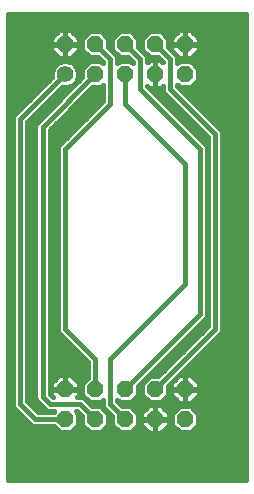
<source format=gbr>
G75*
%MOIN*%
%OFA0B0*%
%FSLAX24Y24*%
%IPPOS*%
%LPD*%
%AMOC8*
5,1,8,0,0,1.08239X$1,22.5*
%
%ADD10C,0.0560*%
%ADD11OC8,0.0560*%
%ADD12C,0.0160*%
D10*
X002680Y014180D03*
D11*
X002680Y015180D03*
X003680Y015180D03*
X003680Y014180D03*
X004680Y014180D03*
X004680Y015180D03*
X005680Y015180D03*
X005680Y014180D03*
X006680Y014180D03*
X006680Y015180D03*
X006680Y003680D03*
X006680Y002680D03*
X005680Y002680D03*
X005680Y003680D03*
X004680Y003680D03*
X004680Y002680D03*
X003680Y002680D03*
X003680Y003680D03*
X002680Y003680D03*
X002680Y002680D03*
D12*
X000790Y000660D02*
X008700Y000660D01*
X008700Y016196D01*
X000790Y016196D01*
X000790Y000660D01*
X000790Y000814D02*
X008700Y000814D01*
X008700Y000973D02*
X000790Y000973D01*
X000790Y001131D02*
X008700Y001131D01*
X008700Y001290D02*
X000790Y001290D01*
X000790Y001448D02*
X008700Y001448D01*
X008700Y001607D02*
X000790Y001607D01*
X000790Y001765D02*
X008700Y001765D01*
X008700Y001924D02*
X000790Y001924D01*
X000790Y002082D02*
X008700Y002082D01*
X008700Y002241D02*
X006863Y002241D01*
X006862Y002240D02*
X006498Y002240D01*
X006240Y002498D01*
X006240Y002862D01*
X006498Y003120D01*
X006862Y003120D01*
X007120Y002862D01*
X007120Y002498D01*
X006862Y002240D01*
X007021Y002399D02*
X008700Y002399D01*
X008700Y002558D02*
X007120Y002558D01*
X007120Y002716D02*
X008700Y002716D01*
X008700Y002875D02*
X007108Y002875D01*
X006949Y003033D02*
X008700Y003033D01*
X008700Y003192D02*
X004508Y003192D01*
X004498Y003240D02*
X004420Y003318D01*
X004420Y003279D01*
X004579Y003120D01*
X004862Y003120D01*
X005120Y002862D01*
X005120Y002498D01*
X004862Y002240D01*
X004498Y002240D01*
X004240Y002498D01*
X004240Y002781D01*
X004044Y002977D01*
X003977Y003044D01*
X003940Y003132D01*
X003940Y003318D01*
X003862Y003240D01*
X003498Y003240D01*
X003240Y003498D01*
X003240Y003862D01*
X003440Y004062D01*
X003440Y004581D01*
X002544Y005477D01*
X002477Y005544D01*
X002440Y005632D01*
X002440Y011728D01*
X002477Y011816D01*
X003940Y013279D01*
X003940Y013818D01*
X003862Y013740D01*
X003579Y013740D01*
X002170Y012331D01*
X002170Y003529D01*
X002279Y003420D01*
X002289Y003420D01*
X002220Y003489D01*
X002220Y003670D01*
X002670Y003670D01*
X002670Y003690D01*
X002690Y003690D01*
X002690Y004140D01*
X002871Y004140D01*
X003140Y003871D01*
X003140Y003690D01*
X002690Y003690D01*
X002690Y003670D01*
X003140Y003670D01*
X003140Y003489D01*
X003071Y003420D01*
X003228Y003420D01*
X003316Y003383D01*
X003383Y003316D01*
X003579Y003120D01*
X003862Y003120D01*
X004120Y002862D01*
X004120Y002498D01*
X003862Y002240D01*
X003498Y002240D01*
X003240Y002498D01*
X003240Y002781D01*
X003081Y002940D01*
X003042Y002940D01*
X003120Y002862D01*
X003120Y002498D01*
X002862Y002240D01*
X002498Y002240D01*
X002298Y002440D01*
X001632Y002440D01*
X001544Y002477D01*
X001044Y002977D01*
X000977Y003044D01*
X000940Y003132D01*
X000940Y012728D01*
X000977Y012816D01*
X001044Y012883D01*
X002244Y014083D01*
X002240Y014092D01*
X002240Y014268D01*
X002307Y014429D01*
X002431Y014553D01*
X002592Y014620D01*
X002768Y014620D01*
X002929Y014553D01*
X003053Y014429D01*
X003120Y014268D01*
X003120Y014092D01*
X003053Y013931D01*
X002929Y013807D01*
X002768Y013740D01*
X002592Y013740D01*
X002583Y013744D01*
X001420Y012581D01*
X001420Y003279D01*
X001779Y002920D01*
X002298Y002920D01*
X002318Y002940D01*
X002132Y002940D01*
X002044Y002977D01*
X001794Y003227D01*
X001727Y003294D01*
X001690Y003382D01*
X001690Y012478D01*
X001727Y012566D01*
X003240Y014079D01*
X003240Y014362D01*
X003498Y014620D01*
X003862Y014620D01*
X003940Y014542D01*
X003940Y014581D01*
X003781Y014740D01*
X003498Y014740D01*
X003240Y014998D01*
X003240Y015362D01*
X003498Y015620D01*
X003862Y015620D01*
X004120Y015362D01*
X004120Y015079D01*
X004240Y015079D01*
X004240Y014998D02*
X004240Y015362D01*
X004498Y015620D01*
X004862Y015620D01*
X005120Y015362D01*
X005120Y015079D01*
X005240Y015079D01*
X005240Y014998D02*
X005498Y014740D01*
X005781Y014740D01*
X005940Y014581D01*
X005940Y014571D01*
X005871Y014640D01*
X005690Y014640D01*
X005690Y014190D01*
X005670Y014190D01*
X005670Y014640D01*
X005489Y014640D01*
X005420Y014571D01*
X005420Y014728D01*
X005383Y014816D01*
X005120Y015079D01*
X005240Y014998D02*
X005240Y015362D01*
X005498Y015620D01*
X005862Y015620D01*
X006120Y015362D01*
X006120Y015079D01*
X006220Y015079D01*
X006220Y014989D02*
X006220Y015170D01*
X006670Y015170D01*
X006670Y015190D01*
X006220Y015190D01*
X006220Y015371D01*
X006489Y015640D01*
X006670Y015640D01*
X006670Y015190D01*
X006690Y015190D01*
X006690Y015640D01*
X006871Y015640D01*
X007140Y015371D01*
X007140Y015190D01*
X006690Y015190D01*
X006690Y015170D01*
X006670Y015170D01*
X006670Y014720D01*
X006489Y014720D01*
X006220Y014989D01*
X006279Y014921D02*
X006289Y014921D01*
X006383Y014816D02*
X006420Y014728D01*
X006420Y014542D01*
X006498Y014620D01*
X006862Y014620D01*
X007120Y014362D01*
X007120Y013998D01*
X006862Y013740D01*
X006498Y013740D01*
X006420Y013818D01*
X006420Y013779D01*
X007883Y012316D01*
X007920Y012228D01*
X007920Y005632D01*
X007883Y005544D01*
X007816Y005477D01*
X006120Y003781D01*
X006120Y003498D01*
X005862Y003240D01*
X005498Y003240D01*
X005240Y003498D01*
X005240Y003862D01*
X005498Y004120D01*
X005781Y004120D01*
X007440Y005779D01*
X007440Y012081D01*
X006044Y013477D01*
X005977Y013544D01*
X005940Y013632D01*
X005940Y013789D01*
X005871Y013720D01*
X005690Y013720D01*
X005690Y014170D01*
X005670Y014170D01*
X005670Y013720D01*
X005489Y013720D01*
X005420Y013789D01*
X005420Y013779D01*
X007383Y011816D01*
X007420Y011728D01*
X007420Y006132D01*
X007383Y006044D01*
X007316Y005977D01*
X005120Y003781D01*
X005120Y003498D01*
X004862Y003240D01*
X004498Y003240D01*
X004680Y003680D02*
X007180Y006180D01*
X007180Y011680D01*
X005180Y013680D01*
X005180Y014680D01*
X004680Y015180D01*
X004432Y015555D02*
X003928Y015555D01*
X004086Y015396D02*
X004274Y015396D01*
X004240Y015238D02*
X004120Y015238D01*
X004120Y015079D02*
X004383Y014816D01*
X004420Y014728D01*
X004420Y014542D01*
X004498Y014620D01*
X004862Y014620D01*
X004940Y014542D01*
X004940Y014581D01*
X004781Y014740D01*
X004498Y014740D01*
X004240Y014998D01*
X004279Y014921D02*
X004317Y014921D01*
X004406Y014762D02*
X004476Y014762D01*
X004481Y014604D02*
X004420Y014604D01*
X004680Y014180D02*
X004680Y013180D01*
X006680Y011180D01*
X006680Y007180D01*
X004180Y004680D01*
X004180Y003180D01*
X004680Y002680D01*
X004497Y002241D02*
X003863Y002241D01*
X004021Y002399D02*
X004339Y002399D01*
X004240Y002558D02*
X004120Y002558D01*
X004120Y002716D02*
X004240Y002716D01*
X004146Y002875D02*
X004108Y002875D01*
X003988Y003033D02*
X003949Y003033D01*
X003940Y003192D02*
X003508Y003192D01*
X003388Y003350D02*
X003349Y003350D01*
X003240Y003509D02*
X003140Y003509D01*
X003140Y003667D02*
X003240Y003667D01*
X003240Y003826D02*
X003140Y003826D01*
X003027Y003984D02*
X003362Y003984D01*
X003440Y004143D02*
X002170Y004143D01*
X002170Y004301D02*
X003440Y004301D01*
X003440Y004460D02*
X002170Y004460D01*
X002170Y004618D02*
X003403Y004618D01*
X003244Y004777D02*
X002170Y004777D01*
X002170Y004935D02*
X003086Y004935D01*
X002927Y005094D02*
X002170Y005094D01*
X002170Y005252D02*
X002769Y005252D01*
X002610Y005411D02*
X002170Y005411D01*
X002170Y005569D02*
X002466Y005569D01*
X002544Y005477D02*
X002544Y005477D01*
X002680Y005680D02*
X002680Y011680D01*
X004180Y013180D01*
X004180Y014680D01*
X003680Y015180D01*
X003432Y015555D02*
X002956Y015555D01*
X002871Y015640D02*
X003140Y015371D01*
X003140Y015190D01*
X002690Y015190D01*
X002690Y015640D01*
X002871Y015640D01*
X002690Y015555D02*
X002670Y015555D01*
X002670Y015640D02*
X002489Y015640D01*
X002220Y015371D01*
X002220Y015190D01*
X002670Y015190D01*
X002670Y015170D01*
X002220Y015170D01*
X002220Y014989D01*
X002489Y014720D01*
X002670Y014720D01*
X002670Y015170D01*
X002690Y015170D01*
X002690Y014720D01*
X002871Y014720D01*
X003140Y014989D01*
X003140Y015170D01*
X002690Y015170D01*
X002690Y015190D01*
X002670Y015190D01*
X002670Y015640D01*
X002690Y015396D02*
X002670Y015396D01*
X002670Y015238D02*
X002690Y015238D01*
X002690Y015079D02*
X002670Y015079D01*
X002670Y014921D02*
X002690Y014921D01*
X002690Y014762D02*
X002670Y014762D01*
X002553Y014604D02*
X000790Y014604D01*
X000790Y014762D02*
X002447Y014762D01*
X002289Y014921D02*
X000790Y014921D01*
X000790Y015079D02*
X002220Y015079D01*
X002220Y015238D02*
X000790Y015238D01*
X000790Y015396D02*
X002245Y015396D01*
X002404Y015555D02*
X000790Y015555D01*
X000790Y015713D02*
X008700Y015713D01*
X008700Y015555D02*
X006956Y015555D01*
X007115Y015396D02*
X008700Y015396D01*
X008700Y015238D02*
X007140Y015238D01*
X007140Y015170D02*
X007140Y014989D01*
X006871Y014720D01*
X006690Y014720D01*
X006690Y015170D01*
X007140Y015170D01*
X007140Y015079D02*
X008700Y015079D01*
X008700Y014921D02*
X007071Y014921D01*
X006913Y014762D02*
X008700Y014762D01*
X008700Y014604D02*
X006879Y014604D01*
X007037Y014445D02*
X008700Y014445D01*
X008700Y014287D02*
X007120Y014287D01*
X007120Y014128D02*
X008700Y014128D01*
X008700Y013970D02*
X007092Y013970D01*
X006933Y013811D02*
X008700Y013811D01*
X008700Y013653D02*
X006547Y013653D01*
X006427Y013811D02*
X006420Y013811D01*
X006180Y013680D02*
X006180Y014680D01*
X005680Y015180D01*
X005432Y015555D02*
X004928Y015555D01*
X005086Y015396D02*
X005274Y015396D01*
X005240Y015238D02*
X005120Y015238D01*
X005279Y014921D02*
X005317Y014921D01*
X005406Y014762D02*
X005476Y014762D01*
X005453Y014604D02*
X005420Y014604D01*
X005670Y014604D02*
X005690Y014604D01*
X005690Y014445D02*
X005670Y014445D01*
X005670Y014287D02*
X005690Y014287D01*
X005690Y014128D02*
X005670Y014128D01*
X005670Y013970D02*
X005690Y013970D01*
X005690Y013811D02*
X005670Y013811D01*
X005547Y013653D02*
X005940Y013653D01*
X006027Y013494D02*
X005705Y013494D01*
X005864Y013336D02*
X006185Y013336D01*
X006344Y013177D02*
X006022Y013177D01*
X006181Y013019D02*
X006502Y013019D01*
X006661Y012860D02*
X006339Y012860D01*
X006498Y012702D02*
X006819Y012702D01*
X006978Y012543D02*
X006656Y012543D01*
X006815Y012385D02*
X007136Y012385D01*
X007295Y012226D02*
X006973Y012226D01*
X007132Y012068D02*
X007440Y012068D01*
X007440Y011909D02*
X007290Y011909D01*
X007411Y011751D02*
X007440Y011751D01*
X007440Y011592D02*
X007420Y011592D01*
X007420Y011434D02*
X007440Y011434D01*
X007440Y011275D02*
X007420Y011275D01*
X007420Y011117D02*
X007440Y011117D01*
X007440Y010958D02*
X007420Y010958D01*
X007420Y010800D02*
X007440Y010800D01*
X007440Y010641D02*
X007420Y010641D01*
X007420Y010483D02*
X007440Y010483D01*
X007440Y010324D02*
X007420Y010324D01*
X007420Y010166D02*
X007440Y010166D01*
X007440Y010007D02*
X007420Y010007D01*
X007420Y009849D02*
X007440Y009849D01*
X007440Y009690D02*
X007420Y009690D01*
X007420Y009532D02*
X007440Y009532D01*
X007440Y009373D02*
X007420Y009373D01*
X007420Y009215D02*
X007440Y009215D01*
X007440Y009056D02*
X007420Y009056D01*
X007420Y008898D02*
X007440Y008898D01*
X007440Y008739D02*
X007420Y008739D01*
X007420Y008581D02*
X007440Y008581D01*
X007440Y008422D02*
X007420Y008422D01*
X007420Y008264D02*
X007440Y008264D01*
X007440Y008105D02*
X007420Y008105D01*
X007420Y007947D02*
X007440Y007947D01*
X007440Y007788D02*
X007420Y007788D01*
X007420Y007630D02*
X007440Y007630D01*
X007440Y007471D02*
X007420Y007471D01*
X007420Y007313D02*
X007440Y007313D01*
X007440Y007154D02*
X007420Y007154D01*
X007420Y006996D02*
X007440Y006996D01*
X007440Y006837D02*
X007420Y006837D01*
X007420Y006679D02*
X007440Y006679D01*
X007440Y006520D02*
X007420Y006520D01*
X007420Y006362D02*
X007440Y006362D01*
X007440Y006203D02*
X007420Y006203D01*
X007440Y006045D02*
X007384Y006045D01*
X007440Y005886D02*
X007225Y005886D01*
X007067Y005728D02*
X007388Y005728D01*
X007230Y005569D02*
X006908Y005569D01*
X006750Y005411D02*
X007071Y005411D01*
X006913Y005252D02*
X006591Y005252D01*
X006433Y005094D02*
X006754Y005094D01*
X006596Y004935D02*
X006274Y004935D01*
X006116Y004777D02*
X006437Y004777D01*
X006279Y004618D02*
X005957Y004618D01*
X005799Y004460D02*
X006120Y004460D01*
X005962Y004301D02*
X005640Y004301D01*
X005482Y004143D02*
X005803Y004143D01*
X005680Y003680D02*
X007680Y005680D01*
X007680Y012180D01*
X006180Y013680D01*
X006705Y013494D02*
X008700Y013494D01*
X008700Y013336D02*
X006864Y013336D01*
X007022Y013177D02*
X008700Y013177D01*
X008700Y013019D02*
X007181Y013019D01*
X007339Y012860D02*
X008700Y012860D01*
X008700Y012702D02*
X007498Y012702D01*
X007656Y012543D02*
X008700Y012543D01*
X008700Y012385D02*
X007815Y012385D01*
X007920Y012226D02*
X008700Y012226D01*
X008700Y012068D02*
X007920Y012068D01*
X007920Y011909D02*
X008700Y011909D01*
X008700Y011751D02*
X007920Y011751D01*
X007920Y011592D02*
X008700Y011592D01*
X008700Y011434D02*
X007920Y011434D01*
X007920Y011275D02*
X008700Y011275D01*
X008700Y011117D02*
X007920Y011117D01*
X007920Y010958D02*
X008700Y010958D01*
X008700Y010800D02*
X007920Y010800D01*
X007920Y010641D02*
X008700Y010641D01*
X008700Y010483D02*
X007920Y010483D01*
X007920Y010324D02*
X008700Y010324D01*
X008700Y010166D02*
X007920Y010166D01*
X007920Y010007D02*
X008700Y010007D01*
X008700Y009849D02*
X007920Y009849D01*
X007920Y009690D02*
X008700Y009690D01*
X008700Y009532D02*
X007920Y009532D01*
X007920Y009373D02*
X008700Y009373D01*
X008700Y009215D02*
X007920Y009215D01*
X007920Y009056D02*
X008700Y009056D01*
X008700Y008898D02*
X007920Y008898D01*
X007920Y008739D02*
X008700Y008739D01*
X008700Y008581D02*
X007920Y008581D01*
X007920Y008422D02*
X008700Y008422D01*
X008700Y008264D02*
X007920Y008264D01*
X007920Y008105D02*
X008700Y008105D01*
X008700Y007947D02*
X007920Y007947D01*
X007920Y007788D02*
X008700Y007788D01*
X008700Y007630D02*
X007920Y007630D01*
X007920Y007471D02*
X008700Y007471D01*
X008700Y007313D02*
X007920Y007313D01*
X007920Y007154D02*
X008700Y007154D01*
X008700Y006996D02*
X007920Y006996D01*
X007920Y006837D02*
X008700Y006837D01*
X008700Y006679D02*
X007920Y006679D01*
X007920Y006520D02*
X008700Y006520D01*
X008700Y006362D02*
X007920Y006362D01*
X007920Y006203D02*
X008700Y006203D01*
X008700Y006045D02*
X007920Y006045D01*
X007920Y005886D02*
X008700Y005886D01*
X008700Y005728D02*
X007920Y005728D01*
X007894Y005569D02*
X008700Y005569D01*
X008700Y005411D02*
X007750Y005411D01*
X007591Y005252D02*
X008700Y005252D01*
X008700Y005094D02*
X007433Y005094D01*
X007274Y004935D02*
X008700Y004935D01*
X008700Y004777D02*
X007116Y004777D01*
X006957Y004618D02*
X008700Y004618D01*
X008700Y004460D02*
X006799Y004460D01*
X006640Y004301D02*
X008700Y004301D01*
X008700Y004143D02*
X006482Y004143D01*
X006489Y004140D02*
X006670Y004140D01*
X006670Y003690D01*
X006220Y003690D01*
X006220Y003871D01*
X006489Y004140D01*
X006690Y004140D02*
X006871Y004140D01*
X007140Y003871D01*
X007140Y003690D01*
X006690Y003690D01*
X006690Y004140D01*
X006690Y003984D02*
X006670Y003984D01*
X006670Y003826D02*
X006690Y003826D01*
X006690Y003690D02*
X006670Y003690D01*
X006670Y003670D01*
X006220Y003670D01*
X006220Y003489D01*
X006489Y003220D01*
X006670Y003220D01*
X006670Y003670D01*
X006690Y003670D01*
X006690Y003220D01*
X006871Y003220D01*
X007140Y003489D01*
X007140Y003670D01*
X006690Y003670D01*
X006690Y003690D01*
X006690Y003667D02*
X006670Y003667D01*
X006670Y003509D02*
X006690Y003509D01*
X006690Y003350D02*
X006670Y003350D01*
X007001Y003350D02*
X008700Y003350D01*
X008700Y003509D02*
X007140Y003509D01*
X007140Y003667D02*
X008700Y003667D01*
X008700Y003826D02*
X007140Y003826D01*
X007027Y003984D02*
X008700Y003984D01*
X006497Y002241D02*
X005891Y002241D01*
X005871Y002220D02*
X005690Y002220D01*
X005690Y002670D01*
X005670Y002670D01*
X005670Y002690D01*
X005220Y002690D01*
X005220Y002871D01*
X005489Y003140D01*
X005670Y003140D01*
X005670Y002690D01*
X005690Y002690D01*
X005690Y003140D01*
X005871Y003140D01*
X006140Y002871D01*
X006140Y002690D01*
X005690Y002690D01*
X005690Y002670D01*
X006140Y002670D01*
X006140Y002489D01*
X005871Y002220D01*
X005690Y002241D02*
X005670Y002241D01*
X005670Y002220D02*
X005489Y002220D01*
X005220Y002489D01*
X005220Y002670D01*
X005670Y002670D01*
X005670Y002220D01*
X005670Y002399D02*
X005690Y002399D01*
X005690Y002558D02*
X005670Y002558D01*
X005670Y002716D02*
X005690Y002716D01*
X005690Y002875D02*
X005670Y002875D01*
X005670Y003033D02*
X005690Y003033D01*
X005978Y003033D02*
X006411Y003033D01*
X006252Y002875D02*
X006136Y002875D01*
X006140Y002716D02*
X006240Y002716D01*
X006240Y002558D02*
X006140Y002558D01*
X006050Y002399D02*
X006339Y002399D01*
X006359Y003350D02*
X005972Y003350D01*
X006120Y003509D02*
X006220Y003509D01*
X006220Y003667D02*
X006120Y003667D01*
X006165Y003826D02*
X006220Y003826D01*
X006323Y003984D02*
X006333Y003984D01*
X005362Y003984D02*
X005323Y003984D01*
X005240Y003826D02*
X005165Y003826D01*
X005120Y003667D02*
X005240Y003667D01*
X005240Y003509D02*
X005120Y003509D01*
X004972Y003350D02*
X005388Y003350D01*
X005382Y003033D02*
X004949Y003033D01*
X005108Y002875D02*
X005224Y002875D01*
X005220Y002716D02*
X005120Y002716D01*
X005120Y002558D02*
X005220Y002558D01*
X005310Y002399D02*
X005021Y002399D01*
X004863Y002241D02*
X005469Y002241D01*
X003680Y002680D02*
X003180Y003180D01*
X002180Y003180D01*
X001930Y003430D01*
X001930Y012430D01*
X003680Y014180D01*
X003879Y014604D02*
X003917Y014604D01*
X003481Y014604D02*
X002807Y014604D01*
X002913Y014762D02*
X003476Y014762D01*
X003317Y014921D02*
X003071Y014921D01*
X003140Y015079D02*
X003240Y015079D01*
X003240Y015238D02*
X003140Y015238D01*
X003115Y015396D02*
X003274Y015396D01*
X003323Y014445D02*
X003037Y014445D01*
X003112Y014287D02*
X003240Y014287D01*
X003240Y014128D02*
X003120Y014128D01*
X003130Y013970D02*
X003069Y013970D01*
X002972Y013811D02*
X002933Y013811D01*
X002813Y013653D02*
X002492Y013653D01*
X002496Y013336D02*
X002175Y013336D01*
X002333Y013494D02*
X002655Y013494D01*
X002858Y013019D02*
X003679Y013019D01*
X003838Y013177D02*
X003016Y013177D01*
X003175Y013336D02*
X003940Y013336D01*
X003940Y013494D02*
X003333Y013494D01*
X003492Y013653D02*
X003940Y013653D01*
X003940Y013811D02*
X003933Y013811D01*
X003521Y012860D02*
X002699Y012860D01*
X002541Y012702D02*
X003362Y012702D01*
X003204Y012543D02*
X002382Y012543D01*
X002224Y012385D02*
X003045Y012385D01*
X002887Y012226D02*
X002170Y012226D01*
X002170Y012068D02*
X002728Y012068D01*
X002570Y011909D02*
X002170Y011909D01*
X002170Y011751D02*
X002449Y011751D01*
X002440Y011592D02*
X002170Y011592D01*
X002170Y011434D02*
X002440Y011434D01*
X002440Y011275D02*
X002170Y011275D01*
X002170Y011117D02*
X002440Y011117D01*
X002440Y010958D02*
X002170Y010958D01*
X002170Y010800D02*
X002440Y010800D01*
X002440Y010641D02*
X002170Y010641D01*
X002170Y010483D02*
X002440Y010483D01*
X002440Y010324D02*
X002170Y010324D01*
X002170Y010166D02*
X002440Y010166D01*
X002440Y010007D02*
X002170Y010007D01*
X002170Y009849D02*
X002440Y009849D01*
X002440Y009690D02*
X002170Y009690D01*
X002170Y009532D02*
X002440Y009532D01*
X002440Y009373D02*
X002170Y009373D01*
X002170Y009215D02*
X002440Y009215D01*
X002440Y009056D02*
X002170Y009056D01*
X002170Y008898D02*
X002440Y008898D01*
X002440Y008739D02*
X002170Y008739D01*
X002170Y008581D02*
X002440Y008581D01*
X002440Y008422D02*
X002170Y008422D01*
X002170Y008264D02*
X002440Y008264D01*
X002440Y008105D02*
X002170Y008105D01*
X002170Y007947D02*
X002440Y007947D01*
X002440Y007788D02*
X002170Y007788D01*
X002170Y007630D02*
X002440Y007630D01*
X002440Y007471D02*
X002170Y007471D01*
X002170Y007313D02*
X002440Y007313D01*
X002440Y007154D02*
X002170Y007154D01*
X002170Y006996D02*
X002440Y006996D01*
X002440Y006837D02*
X002170Y006837D01*
X002170Y006679D02*
X002440Y006679D01*
X002440Y006520D02*
X002170Y006520D01*
X002170Y006362D02*
X002440Y006362D01*
X002440Y006203D02*
X002170Y006203D01*
X002170Y006045D02*
X002440Y006045D01*
X002440Y005886D02*
X002170Y005886D01*
X002170Y005728D02*
X002440Y005728D01*
X002680Y005680D02*
X003680Y004680D01*
X003680Y003680D01*
X003240Y002716D02*
X003120Y002716D01*
X003120Y002558D02*
X003240Y002558D01*
X003339Y002399D02*
X003021Y002399D01*
X002863Y002241D02*
X003497Y002241D01*
X003146Y002875D02*
X003108Y002875D01*
X002680Y002680D02*
X001680Y002680D01*
X001180Y003180D01*
X001180Y012680D01*
X002680Y014180D01*
X002323Y014445D02*
X000790Y014445D01*
X000790Y014287D02*
X002248Y014287D01*
X002240Y014128D02*
X000790Y014128D01*
X000790Y013970D02*
X002130Y013970D01*
X001972Y013811D02*
X000790Y013811D01*
X000790Y013653D02*
X001813Y013653D01*
X001655Y013494D02*
X000790Y013494D01*
X000790Y013336D02*
X001496Y013336D01*
X001338Y013177D02*
X000790Y013177D01*
X000790Y013019D02*
X001179Y013019D01*
X001044Y012883D02*
X001044Y012883D01*
X001021Y012860D02*
X000790Y012860D01*
X000790Y012702D02*
X000940Y012702D01*
X000940Y012543D02*
X000790Y012543D01*
X000790Y012385D02*
X000940Y012385D01*
X000940Y012226D02*
X000790Y012226D01*
X000790Y012068D02*
X000940Y012068D01*
X000940Y011909D02*
X000790Y011909D01*
X000790Y011751D02*
X000940Y011751D01*
X000940Y011592D02*
X000790Y011592D01*
X000790Y011434D02*
X000940Y011434D01*
X000940Y011275D02*
X000790Y011275D01*
X000790Y011117D02*
X000940Y011117D01*
X000940Y010958D02*
X000790Y010958D01*
X000790Y010800D02*
X000940Y010800D01*
X000940Y010641D02*
X000790Y010641D01*
X000790Y010483D02*
X000940Y010483D01*
X000940Y010324D02*
X000790Y010324D01*
X000790Y010166D02*
X000940Y010166D01*
X000940Y010007D02*
X000790Y010007D01*
X000790Y009849D02*
X000940Y009849D01*
X000940Y009690D02*
X000790Y009690D01*
X000790Y009532D02*
X000940Y009532D01*
X000940Y009373D02*
X000790Y009373D01*
X000790Y009215D02*
X000940Y009215D01*
X000940Y009056D02*
X000790Y009056D01*
X000790Y008898D02*
X000940Y008898D01*
X000940Y008739D02*
X000790Y008739D01*
X000790Y008581D02*
X000940Y008581D01*
X000940Y008422D02*
X000790Y008422D01*
X000790Y008264D02*
X000940Y008264D01*
X000940Y008105D02*
X000790Y008105D01*
X000790Y007947D02*
X000940Y007947D01*
X000940Y007788D02*
X000790Y007788D01*
X000790Y007630D02*
X000940Y007630D01*
X000940Y007471D02*
X000790Y007471D01*
X000790Y007313D02*
X000940Y007313D01*
X000940Y007154D02*
X000790Y007154D01*
X000790Y006996D02*
X000940Y006996D01*
X000940Y006837D02*
X000790Y006837D01*
X000790Y006679D02*
X000940Y006679D01*
X000940Y006520D02*
X000790Y006520D01*
X000790Y006362D02*
X000940Y006362D01*
X000940Y006203D02*
X000790Y006203D01*
X000790Y006045D02*
X000940Y006045D01*
X000940Y005886D02*
X000790Y005886D01*
X000790Y005728D02*
X000940Y005728D01*
X000940Y005569D02*
X000790Y005569D01*
X000790Y005411D02*
X000940Y005411D01*
X000940Y005252D02*
X000790Y005252D01*
X000790Y005094D02*
X000940Y005094D01*
X000940Y004935D02*
X000790Y004935D01*
X000790Y004777D02*
X000940Y004777D01*
X000940Y004618D02*
X000790Y004618D01*
X000790Y004460D02*
X000940Y004460D01*
X000940Y004301D02*
X000790Y004301D01*
X000790Y004143D02*
X000940Y004143D01*
X000940Y003984D02*
X000790Y003984D01*
X000790Y003826D02*
X000940Y003826D01*
X000940Y003667D02*
X000790Y003667D01*
X000790Y003509D02*
X000940Y003509D01*
X000940Y003350D02*
X000790Y003350D01*
X000790Y003192D02*
X000940Y003192D01*
X000988Y003033D02*
X000790Y003033D01*
X000790Y002875D02*
X001146Y002875D01*
X001305Y002716D02*
X000790Y002716D01*
X000790Y002558D02*
X001463Y002558D01*
X001666Y003033D02*
X001988Y003033D01*
X001829Y003192D02*
X001508Y003192D01*
X001420Y003350D02*
X001703Y003350D01*
X001690Y003509D02*
X001420Y003509D01*
X001420Y003667D02*
X001690Y003667D01*
X001690Y003826D02*
X001420Y003826D01*
X001420Y003984D02*
X001690Y003984D01*
X001690Y004143D02*
X001420Y004143D01*
X001420Y004301D02*
X001690Y004301D01*
X001690Y004460D02*
X001420Y004460D01*
X001420Y004618D02*
X001690Y004618D01*
X001690Y004777D02*
X001420Y004777D01*
X001420Y004935D02*
X001690Y004935D01*
X001690Y005094D02*
X001420Y005094D01*
X001420Y005252D02*
X001690Y005252D01*
X001690Y005411D02*
X001420Y005411D01*
X001420Y005569D02*
X001690Y005569D01*
X001690Y005728D02*
X001420Y005728D01*
X001420Y005886D02*
X001690Y005886D01*
X001690Y006045D02*
X001420Y006045D01*
X001420Y006203D02*
X001690Y006203D01*
X001690Y006362D02*
X001420Y006362D01*
X001420Y006520D02*
X001690Y006520D01*
X001690Y006679D02*
X001420Y006679D01*
X001420Y006837D02*
X001690Y006837D01*
X001690Y006996D02*
X001420Y006996D01*
X001420Y007154D02*
X001690Y007154D01*
X001690Y007313D02*
X001420Y007313D01*
X001420Y007471D02*
X001690Y007471D01*
X001690Y007630D02*
X001420Y007630D01*
X001420Y007788D02*
X001690Y007788D01*
X001690Y007947D02*
X001420Y007947D01*
X001420Y008105D02*
X001690Y008105D01*
X001690Y008264D02*
X001420Y008264D01*
X001420Y008422D02*
X001690Y008422D01*
X001690Y008581D02*
X001420Y008581D01*
X001420Y008739D02*
X001690Y008739D01*
X001690Y008898D02*
X001420Y008898D01*
X001420Y009056D02*
X001690Y009056D01*
X001690Y009215D02*
X001420Y009215D01*
X001420Y009373D02*
X001690Y009373D01*
X001690Y009532D02*
X001420Y009532D01*
X001420Y009690D02*
X001690Y009690D01*
X001690Y009849D02*
X001420Y009849D01*
X001420Y010007D02*
X001690Y010007D01*
X001690Y010166D02*
X001420Y010166D01*
X001420Y010324D02*
X001690Y010324D01*
X001690Y010483D02*
X001420Y010483D01*
X001420Y010641D02*
X001690Y010641D01*
X001690Y010800D02*
X001420Y010800D01*
X001420Y010958D02*
X001690Y010958D01*
X001690Y011117D02*
X001420Y011117D01*
X001420Y011275D02*
X001690Y011275D01*
X001690Y011434D02*
X001420Y011434D01*
X001420Y011592D02*
X001690Y011592D01*
X001690Y011751D02*
X001420Y011751D01*
X001420Y011909D02*
X001690Y011909D01*
X001690Y012068D02*
X001420Y012068D01*
X001420Y012226D02*
X001690Y012226D01*
X001690Y012385D02*
X001420Y012385D01*
X001420Y012543D02*
X001717Y012543D01*
X001862Y012702D02*
X001541Y012702D01*
X001699Y012860D02*
X002021Y012860D01*
X002179Y013019D02*
X001858Y013019D01*
X002016Y013177D02*
X002338Y013177D01*
X000790Y015872D02*
X008700Y015872D01*
X008700Y016030D02*
X000790Y016030D01*
X000790Y016189D02*
X008700Y016189D01*
X006690Y015555D02*
X006670Y015555D01*
X006670Y015396D02*
X006690Y015396D01*
X006690Y015238D02*
X006670Y015238D01*
X006670Y015079D02*
X006690Y015079D01*
X006690Y014921D02*
X006670Y014921D01*
X006670Y014762D02*
X006690Y014762D01*
X006481Y014604D02*
X006420Y014604D01*
X006406Y014762D02*
X006447Y014762D01*
X006383Y014816D02*
X006120Y015079D01*
X006120Y015238D02*
X006220Y015238D01*
X006245Y015396D02*
X006086Y015396D01*
X005928Y015555D02*
X006404Y015555D01*
X005917Y014604D02*
X005907Y014604D01*
X004917Y014604D02*
X004879Y014604D01*
X002670Y004140D02*
X002670Y003690D01*
X002220Y003690D01*
X002220Y003871D01*
X002489Y004140D01*
X002670Y004140D01*
X002670Y003984D02*
X002690Y003984D01*
X002690Y003826D02*
X002670Y003826D01*
X002333Y003984D02*
X002170Y003984D01*
X002170Y003826D02*
X002220Y003826D01*
X002220Y003667D02*
X002170Y003667D01*
X002191Y003509D02*
X002220Y003509D01*
X002339Y002399D02*
X000790Y002399D01*
X000790Y002241D02*
X002497Y002241D01*
M02*

</source>
